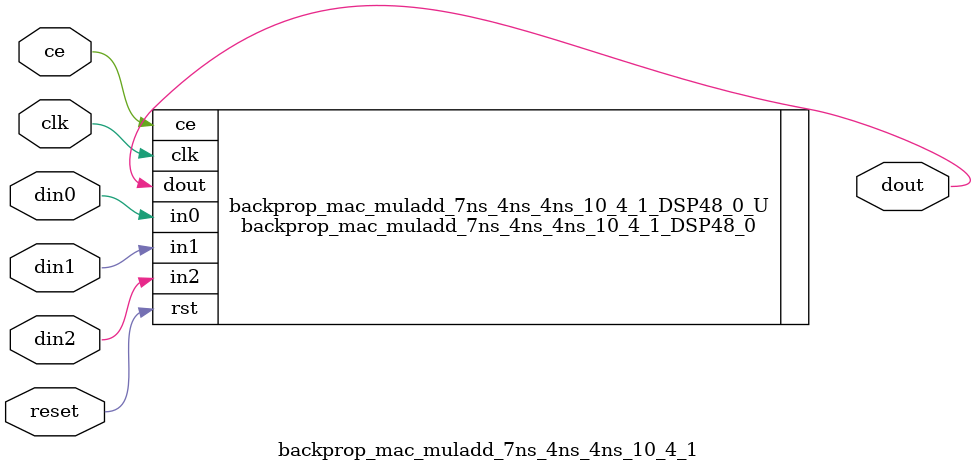
<source format=v>

module backprop_mac_muladd_7ns_4ns_4ns_10_4_1(clk,reset,ce,din0,din1,din2,dout);  
parameter ID = 32'd1;
parameter NUM_STAGE = 32'd1;
parameter din0_WIDTH = 32'd1;
parameter din1_WIDTH = 32'd1;
parameter din2_WIDTH = 32'd1;
parameter dout_WIDTH = 32'd1;
input clk;
input reset;
input ce;
input[din0_WIDTH - 1:0] din0;
input[din1_WIDTH - 1:0] din1;
input[din2_WIDTH - 1:0] din2;
output[dout_WIDTH - 1:0] dout;
backprop_mac_muladd_7ns_4ns_4ns_10_4_1_DSP48_0 backprop_mac_muladd_7ns_4ns_4ns_10_4_1_DSP48_0_U(.clk( clk ),.rst( reset ),.ce( ce ),.in0( din0 ),.in1( din1 ),.in2( din2 ),.dout( dout ));
endmodule

</source>
